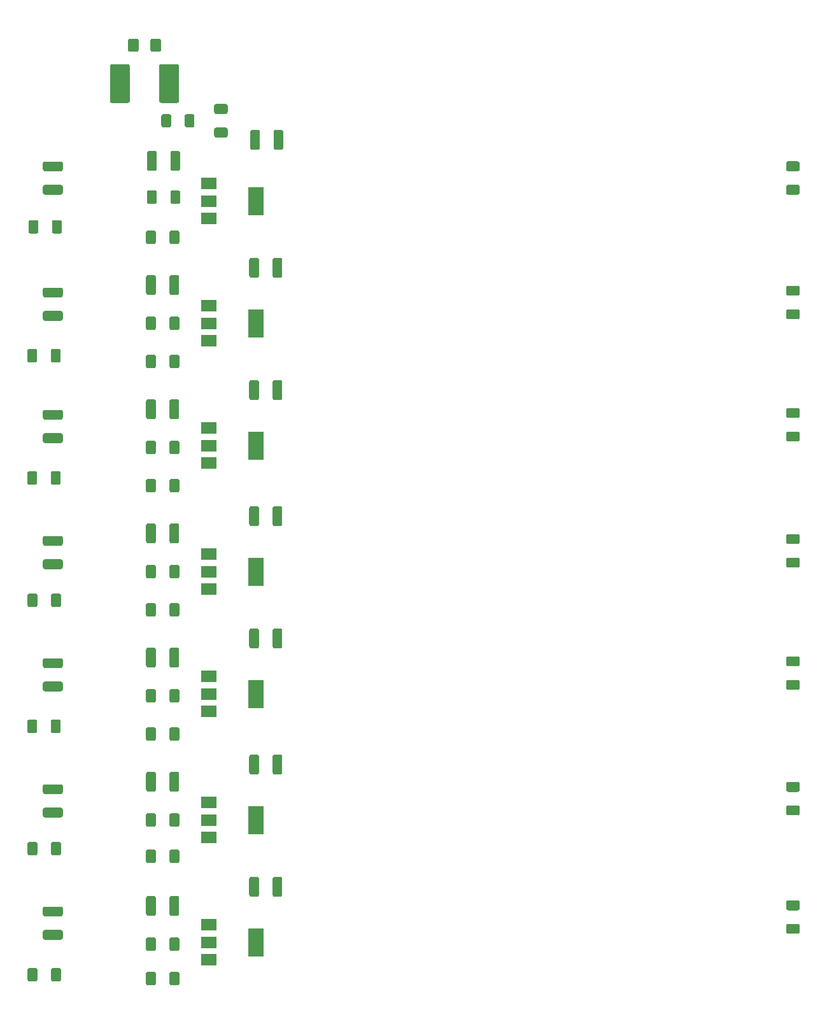
<source format=gbr>
%TF.GenerationSoftware,KiCad,Pcbnew,5.1.7-a382d34a8~87~ubuntu20.04.1*%
%TF.CreationDate,2020-11-02T17:40:13+01:00*%
%TF.ProjectId,7CellBatterySimulator_7CBS,3743656c-6c42-4617-9474-65727953696d,V1.0*%
%TF.SameCoordinates,Original*%
%TF.FileFunction,Paste,Bot*%
%TF.FilePolarity,Positive*%
%FSLAX46Y46*%
G04 Gerber Fmt 4.6, Leading zero omitted, Abs format (unit mm)*
G04 Created by KiCad (PCBNEW 5.1.7-a382d34a8~87~ubuntu20.04.1) date 2020-11-02 17:40:13*
%MOMM*%
%LPD*%
G01*
G04 APERTURE LIST*
%ADD10R,2.000000X1.500000*%
%ADD11R,2.000000X3.800000*%
G04 APERTURE END LIST*
%TO.C,D101*%
G36*
G01*
X61894000Y-34456000D02*
X61894000Y-29806000D01*
G75*
G02*
X62144000Y-29556000I250000J0D01*
G01*
X64294000Y-29556000D01*
G75*
G02*
X64544000Y-29806000I0J-250000D01*
G01*
X64544000Y-34456000D01*
G75*
G02*
X64294000Y-34706000I-250000J0D01*
G01*
X62144000Y-34706000D01*
G75*
G02*
X61894000Y-34456000I0J250000D01*
G01*
G37*
G36*
G01*
X55344000Y-34456000D02*
X55344000Y-29806000D01*
G75*
G02*
X55594000Y-29556000I250000J0D01*
G01*
X57744000Y-29556000D01*
G75*
G02*
X57994000Y-29806000I0J-250000D01*
G01*
X57994000Y-34456000D01*
G75*
G02*
X57744000Y-34706000I-250000J0D01*
G01*
X55594000Y-34706000D01*
G75*
G02*
X55344000Y-34456000I0J250000D01*
G01*
G37*
%TD*%
D10*
%TO.C,U801*%
X68478000Y-50052000D03*
X68478000Y-45452000D03*
X68478000Y-47752000D03*
D11*
X74778000Y-47752000D03*
%TD*%
D10*
%TO.C,U701*%
X68478000Y-82564000D03*
X68478000Y-77964000D03*
X68478000Y-80264000D03*
D11*
X74778000Y-80264000D03*
%TD*%
D10*
%TO.C,U601*%
X68478000Y-99328000D03*
X68478000Y-94728000D03*
X68478000Y-97028000D03*
D11*
X74778000Y-97028000D03*
%TD*%
D10*
%TO.C,U501*%
X68478000Y-115584000D03*
X68478000Y-110984000D03*
X68478000Y-113284000D03*
D11*
X74778000Y-113284000D03*
%TD*%
D10*
%TO.C,U401*%
X68478000Y-132348000D03*
X68478000Y-127748000D03*
X68478000Y-130048000D03*
D11*
X74778000Y-130048000D03*
%TD*%
D10*
%TO.C,U301*%
X68478000Y-148604000D03*
X68478000Y-144004000D03*
X68478000Y-146304000D03*
D11*
X74778000Y-146304000D03*
%TD*%
D10*
%TO.C,U201*%
X68478000Y-66308000D03*
X68478000Y-61708000D03*
X68478000Y-64008000D03*
D11*
X74778000Y-64008000D03*
%TD*%
%TO.C,R801*%
G36*
G01*
X48827001Y-43804000D02*
X46676999Y-43804000D01*
G75*
G02*
X46427000Y-43554001I0J249999D01*
G01*
X46427000Y-42753999D01*
G75*
G02*
X46676999Y-42504000I249999J0D01*
G01*
X48827001Y-42504000D01*
G75*
G02*
X49077000Y-42753999I0J-249999D01*
G01*
X49077000Y-43554001D01*
G75*
G02*
X48827001Y-43804000I-249999J0D01*
G01*
G37*
G36*
G01*
X48827001Y-46904000D02*
X46676999Y-46904000D01*
G75*
G02*
X46427000Y-46654001I0J249999D01*
G01*
X46427000Y-45853999D01*
G75*
G02*
X46676999Y-45604000I249999J0D01*
G01*
X48827001Y-45604000D01*
G75*
G02*
X49077000Y-45853999I0J-249999D01*
G01*
X49077000Y-46654001D01*
G75*
G02*
X48827001Y-46904000I-249999J0D01*
G01*
G37*
%TD*%
%TO.C,R701*%
G36*
G01*
X48827001Y-76824000D02*
X46676999Y-76824000D01*
G75*
G02*
X46427000Y-76574001I0J249999D01*
G01*
X46427000Y-75773999D01*
G75*
G02*
X46676999Y-75524000I249999J0D01*
G01*
X48827001Y-75524000D01*
G75*
G02*
X49077000Y-75773999I0J-249999D01*
G01*
X49077000Y-76574001D01*
G75*
G02*
X48827001Y-76824000I-249999J0D01*
G01*
G37*
G36*
G01*
X48827001Y-79924000D02*
X46676999Y-79924000D01*
G75*
G02*
X46427000Y-79674001I0J249999D01*
G01*
X46427000Y-78873999D01*
G75*
G02*
X46676999Y-78624000I249999J0D01*
G01*
X48827001Y-78624000D01*
G75*
G02*
X49077000Y-78873999I0J-249999D01*
G01*
X49077000Y-79674001D01*
G75*
G02*
X48827001Y-79924000I-249999J0D01*
G01*
G37*
%TD*%
%TO.C,R601*%
G36*
G01*
X48827001Y-93588000D02*
X46676999Y-93588000D01*
G75*
G02*
X46427000Y-93338001I0J249999D01*
G01*
X46427000Y-92537999D01*
G75*
G02*
X46676999Y-92288000I249999J0D01*
G01*
X48827001Y-92288000D01*
G75*
G02*
X49077000Y-92537999I0J-249999D01*
G01*
X49077000Y-93338001D01*
G75*
G02*
X48827001Y-93588000I-249999J0D01*
G01*
G37*
G36*
G01*
X48827001Y-96688000D02*
X46676999Y-96688000D01*
G75*
G02*
X46427000Y-96438001I0J249999D01*
G01*
X46427000Y-95637999D01*
G75*
G02*
X46676999Y-95388000I249999J0D01*
G01*
X48827001Y-95388000D01*
G75*
G02*
X49077000Y-95637999I0J-249999D01*
G01*
X49077000Y-96438001D01*
G75*
G02*
X48827001Y-96688000I-249999J0D01*
G01*
G37*
%TD*%
%TO.C,R501*%
G36*
G01*
X48827001Y-109844000D02*
X46676999Y-109844000D01*
G75*
G02*
X46427000Y-109594001I0J249999D01*
G01*
X46427000Y-108793999D01*
G75*
G02*
X46676999Y-108544000I249999J0D01*
G01*
X48827001Y-108544000D01*
G75*
G02*
X49077000Y-108793999I0J-249999D01*
G01*
X49077000Y-109594001D01*
G75*
G02*
X48827001Y-109844000I-249999J0D01*
G01*
G37*
G36*
G01*
X48827001Y-112944000D02*
X46676999Y-112944000D01*
G75*
G02*
X46427000Y-112694001I0J249999D01*
G01*
X46427000Y-111893999D01*
G75*
G02*
X46676999Y-111644000I249999J0D01*
G01*
X48827001Y-111644000D01*
G75*
G02*
X49077000Y-111893999I0J-249999D01*
G01*
X49077000Y-112694001D01*
G75*
G02*
X48827001Y-112944000I-249999J0D01*
G01*
G37*
%TD*%
%TO.C,R401*%
G36*
G01*
X48827001Y-126608000D02*
X46676999Y-126608000D01*
G75*
G02*
X46427000Y-126358001I0J249999D01*
G01*
X46427000Y-125557999D01*
G75*
G02*
X46676999Y-125308000I249999J0D01*
G01*
X48827001Y-125308000D01*
G75*
G02*
X49077000Y-125557999I0J-249999D01*
G01*
X49077000Y-126358001D01*
G75*
G02*
X48827001Y-126608000I-249999J0D01*
G01*
G37*
G36*
G01*
X48827001Y-129708000D02*
X46676999Y-129708000D01*
G75*
G02*
X46427000Y-129458001I0J249999D01*
G01*
X46427000Y-128657999D01*
G75*
G02*
X46676999Y-128408000I249999J0D01*
G01*
X48827001Y-128408000D01*
G75*
G02*
X49077000Y-128657999I0J-249999D01*
G01*
X49077000Y-129458001D01*
G75*
G02*
X48827001Y-129708000I-249999J0D01*
G01*
G37*
%TD*%
%TO.C,R301*%
G36*
G01*
X48827001Y-142864000D02*
X46676999Y-142864000D01*
G75*
G02*
X46427000Y-142614001I0J249999D01*
G01*
X46427000Y-141813999D01*
G75*
G02*
X46676999Y-141564000I249999J0D01*
G01*
X48827001Y-141564000D01*
G75*
G02*
X49077000Y-141813999I0J-249999D01*
G01*
X49077000Y-142614001D01*
G75*
G02*
X48827001Y-142864000I-249999J0D01*
G01*
G37*
G36*
G01*
X48827001Y-145964000D02*
X46676999Y-145964000D01*
G75*
G02*
X46427000Y-145714001I0J249999D01*
G01*
X46427000Y-144913999D01*
G75*
G02*
X46676999Y-144664000I249999J0D01*
G01*
X48827001Y-144664000D01*
G75*
G02*
X49077000Y-144913999I0J-249999D01*
G01*
X49077000Y-145714001D01*
G75*
G02*
X48827001Y-145964000I-249999J0D01*
G01*
G37*
%TD*%
%TO.C,R201*%
G36*
G01*
X48827001Y-60568000D02*
X46676999Y-60568000D01*
G75*
G02*
X46427000Y-60318001I0J249999D01*
G01*
X46427000Y-59517999D01*
G75*
G02*
X46676999Y-59268000I249999J0D01*
G01*
X48827001Y-59268000D01*
G75*
G02*
X49077000Y-59517999I0J-249999D01*
G01*
X49077000Y-60318001D01*
G75*
G02*
X48827001Y-60568000I-249999J0D01*
G01*
G37*
G36*
G01*
X48827001Y-63668000D02*
X46676999Y-63668000D01*
G75*
G02*
X46427000Y-63418001I0J249999D01*
G01*
X46427000Y-62617999D01*
G75*
G02*
X46676999Y-62368000I249999J0D01*
G01*
X48827001Y-62368000D01*
G75*
G02*
X49077000Y-62617999I0J-249999D01*
G01*
X49077000Y-63418001D01*
G75*
G02*
X48827001Y-63668000I-249999J0D01*
G01*
G37*
%TD*%
%TO.C,R803*%
G36*
G01*
X75300000Y-38548999D02*
X75300000Y-40699001D01*
G75*
G02*
X75050001Y-40949000I-249999J0D01*
G01*
X74249999Y-40949000D01*
G75*
G02*
X74000000Y-40699001I0J249999D01*
G01*
X74000000Y-38548999D01*
G75*
G02*
X74249999Y-38299000I249999J0D01*
G01*
X75050001Y-38299000D01*
G75*
G02*
X75300000Y-38548999I0J-249999D01*
G01*
G37*
G36*
G01*
X78400000Y-38548999D02*
X78400000Y-40699001D01*
G75*
G02*
X78150001Y-40949000I-249999J0D01*
G01*
X77349999Y-40949000D01*
G75*
G02*
X77100000Y-40699001I0J249999D01*
G01*
X77100000Y-38548999D01*
G75*
G02*
X77349999Y-38299000I249999J0D01*
G01*
X78150001Y-38299000D01*
G75*
G02*
X78400000Y-38548999I0J-249999D01*
G01*
G37*
%TD*%
%TO.C,R802*%
G36*
G01*
X61584000Y-41342999D02*
X61584000Y-43493001D01*
G75*
G02*
X61334001Y-43743000I-249999J0D01*
G01*
X60533999Y-43743000D01*
G75*
G02*
X60284000Y-43493001I0J249999D01*
G01*
X60284000Y-41342999D01*
G75*
G02*
X60533999Y-41093000I249999J0D01*
G01*
X61334001Y-41093000D01*
G75*
G02*
X61584000Y-41342999I0J-249999D01*
G01*
G37*
G36*
G01*
X64684000Y-41342999D02*
X64684000Y-43493001D01*
G75*
G02*
X64434001Y-43743000I-249999J0D01*
G01*
X63633999Y-43743000D01*
G75*
G02*
X63384000Y-43493001I0J249999D01*
G01*
X63384000Y-41342999D01*
G75*
G02*
X63633999Y-41093000I249999J0D01*
G01*
X64434001Y-41093000D01*
G75*
G02*
X64684000Y-41342999I0J-249999D01*
G01*
G37*
%TD*%
%TO.C,C804*%
G36*
G01*
X145526997Y-45604000D02*
X146827003Y-45604000D01*
G75*
G02*
X147077000Y-45853997I0J-249997D01*
G01*
X147077000Y-46679003D01*
G75*
G02*
X146827003Y-46929000I-249997J0D01*
G01*
X145526997Y-46929000D01*
G75*
G02*
X145277000Y-46679003I0J249997D01*
G01*
X145277000Y-45853997D01*
G75*
G02*
X145526997Y-45604000I249997J0D01*
G01*
G37*
G36*
G01*
X145526997Y-42479000D02*
X146827003Y-42479000D01*
G75*
G02*
X147077000Y-42728997I0J-249997D01*
G01*
X147077000Y-43554003D01*
G75*
G02*
X146827003Y-43804000I-249997J0D01*
G01*
X145526997Y-43804000D01*
G75*
G02*
X145277000Y-43554003I0J249997D01*
G01*
X145277000Y-42728997D01*
G75*
G02*
X145526997Y-42479000I249997J0D01*
G01*
G37*
%TD*%
%TO.C,C803*%
G36*
G01*
X61457000Y-51927997D02*
X61457000Y-53228003D01*
G75*
G02*
X61207003Y-53478000I-249997J0D01*
G01*
X60381997Y-53478000D01*
G75*
G02*
X60132000Y-53228003I0J249997D01*
G01*
X60132000Y-51927997D01*
G75*
G02*
X60381997Y-51678000I249997J0D01*
G01*
X61207003Y-51678000D01*
G75*
G02*
X61457000Y-51927997I0J-249997D01*
G01*
G37*
G36*
G01*
X64582000Y-51927997D02*
X64582000Y-53228003D01*
G75*
G02*
X64332003Y-53478000I-249997J0D01*
G01*
X63506997Y-53478000D01*
G75*
G02*
X63257000Y-53228003I0J249997D01*
G01*
X63257000Y-51927997D01*
G75*
G02*
X63506997Y-51678000I249997J0D01*
G01*
X64332003Y-51678000D01*
G75*
G02*
X64582000Y-51927997I0J-249997D01*
G01*
G37*
%TD*%
%TO.C,C802*%
G36*
G01*
X61584000Y-46593997D02*
X61584000Y-47894003D01*
G75*
G02*
X61334003Y-48144000I-249997J0D01*
G01*
X60508997Y-48144000D01*
G75*
G02*
X60259000Y-47894003I0J249997D01*
G01*
X60259000Y-46593997D01*
G75*
G02*
X60508997Y-46344000I249997J0D01*
G01*
X61334003Y-46344000D01*
G75*
G02*
X61584000Y-46593997I0J-249997D01*
G01*
G37*
G36*
G01*
X64709000Y-46593997D02*
X64709000Y-47894003D01*
G75*
G02*
X64459003Y-48144000I-249997J0D01*
G01*
X63633997Y-48144000D01*
G75*
G02*
X63384000Y-47894003I0J249997D01*
G01*
X63384000Y-46593997D01*
G75*
G02*
X63633997Y-46344000I249997J0D01*
G01*
X64459003Y-46344000D01*
G75*
G02*
X64709000Y-46593997I0J-249997D01*
G01*
G37*
%TD*%
%TO.C,C801*%
G36*
G01*
X47636000Y-51831003D02*
X47636000Y-50530997D01*
G75*
G02*
X47885997Y-50281000I249997J0D01*
G01*
X48711003Y-50281000D01*
G75*
G02*
X48961000Y-50530997I0J-249997D01*
G01*
X48961000Y-51831003D01*
G75*
G02*
X48711003Y-52081000I-249997J0D01*
G01*
X47885997Y-52081000D01*
G75*
G02*
X47636000Y-51831003I0J249997D01*
G01*
G37*
G36*
G01*
X44511000Y-51831003D02*
X44511000Y-50530997D01*
G75*
G02*
X44760997Y-50281000I249997J0D01*
G01*
X45586003Y-50281000D01*
G75*
G02*
X45836000Y-50530997I0J-249997D01*
G01*
X45836000Y-51831003D01*
G75*
G02*
X45586003Y-52081000I-249997J0D01*
G01*
X44760997Y-52081000D01*
G75*
G02*
X44511000Y-51831003I0J249997D01*
G01*
G37*
%TD*%
%TO.C,C501*%
G36*
G01*
X47470500Y-118252003D02*
X47470500Y-116951997D01*
G75*
G02*
X47720497Y-116702000I249997J0D01*
G01*
X48545503Y-116702000D01*
G75*
G02*
X48795500Y-116951997I0J-249997D01*
G01*
X48795500Y-118252003D01*
G75*
G02*
X48545503Y-118502000I-249997J0D01*
G01*
X47720497Y-118502000D01*
G75*
G02*
X47470500Y-118252003I0J249997D01*
G01*
G37*
G36*
G01*
X44345500Y-118252003D02*
X44345500Y-116951997D01*
G75*
G02*
X44595497Y-116702000I249997J0D01*
G01*
X45420503Y-116702000D01*
G75*
G02*
X45670500Y-116951997I0J-249997D01*
G01*
X45670500Y-118252003D01*
G75*
G02*
X45420503Y-118502000I-249997J0D01*
G01*
X44595497Y-118502000D01*
G75*
G02*
X44345500Y-118252003I0J249997D01*
G01*
G37*
%TD*%
%TO.C,R503*%
G36*
G01*
X75173000Y-104842999D02*
X75173000Y-106993001D01*
G75*
G02*
X74923001Y-107243000I-249999J0D01*
G01*
X74122999Y-107243000D01*
G75*
G02*
X73873000Y-106993001I0J249999D01*
G01*
X73873000Y-104842999D01*
G75*
G02*
X74122999Y-104593000I249999J0D01*
G01*
X74923001Y-104593000D01*
G75*
G02*
X75173000Y-104842999I0J-249999D01*
G01*
G37*
G36*
G01*
X78273000Y-104842999D02*
X78273000Y-106993001D01*
G75*
G02*
X78023001Y-107243000I-249999J0D01*
G01*
X77222999Y-107243000D01*
G75*
G02*
X76973000Y-106993001I0J249999D01*
G01*
X76973000Y-104842999D01*
G75*
G02*
X77222999Y-104593000I249999J0D01*
G01*
X78023001Y-104593000D01*
G75*
G02*
X78273000Y-104842999I0J-249999D01*
G01*
G37*
%TD*%
%TO.C,C303*%
G36*
G01*
X61457000Y-150479997D02*
X61457000Y-151780003D01*
G75*
G02*
X61207003Y-152030000I-249997J0D01*
G01*
X60381997Y-152030000D01*
G75*
G02*
X60132000Y-151780003I0J249997D01*
G01*
X60132000Y-150479997D01*
G75*
G02*
X60381997Y-150230000I249997J0D01*
G01*
X61207003Y-150230000D01*
G75*
G02*
X61457000Y-150479997I0J-249997D01*
G01*
G37*
G36*
G01*
X64582000Y-150479997D02*
X64582000Y-151780003D01*
G75*
G02*
X64332003Y-152030000I-249997J0D01*
G01*
X63506997Y-152030000D01*
G75*
G02*
X63257000Y-151780003I0J249997D01*
G01*
X63257000Y-150479997D01*
G75*
G02*
X63506997Y-150230000I249997J0D01*
G01*
X64332003Y-150230000D01*
G75*
G02*
X64582000Y-150479997I0J-249997D01*
G01*
G37*
%TD*%
%TO.C,R703*%
G36*
G01*
X75173000Y-71822999D02*
X75173000Y-73973001D01*
G75*
G02*
X74923001Y-74223000I-249999J0D01*
G01*
X74122999Y-74223000D01*
G75*
G02*
X73873000Y-73973001I0J249999D01*
G01*
X73873000Y-71822999D01*
G75*
G02*
X74122999Y-71573000I249999J0D01*
G01*
X74923001Y-71573000D01*
G75*
G02*
X75173000Y-71822999I0J-249999D01*
G01*
G37*
G36*
G01*
X78273000Y-71822999D02*
X78273000Y-73973001D01*
G75*
G02*
X78023001Y-74223000I-249999J0D01*
G01*
X77222999Y-74223000D01*
G75*
G02*
X76973000Y-73973001I0J249999D01*
G01*
X76973000Y-71822999D01*
G75*
G02*
X77222999Y-71573000I249999J0D01*
G01*
X78023001Y-71573000D01*
G75*
G02*
X78273000Y-71822999I0J-249999D01*
G01*
G37*
%TD*%
%TO.C,R702*%
G36*
G01*
X61457000Y-74362999D02*
X61457000Y-76513001D01*
G75*
G02*
X61207001Y-76763000I-249999J0D01*
G01*
X60406999Y-76763000D01*
G75*
G02*
X60157000Y-76513001I0J249999D01*
G01*
X60157000Y-74362999D01*
G75*
G02*
X60406999Y-74113000I249999J0D01*
G01*
X61207001Y-74113000D01*
G75*
G02*
X61457000Y-74362999I0J-249999D01*
G01*
G37*
G36*
G01*
X64557000Y-74362999D02*
X64557000Y-76513001D01*
G75*
G02*
X64307001Y-76763000I-249999J0D01*
G01*
X63506999Y-76763000D01*
G75*
G02*
X63257000Y-76513001I0J249999D01*
G01*
X63257000Y-74362999D01*
G75*
G02*
X63506999Y-74113000I249999J0D01*
G01*
X64307001Y-74113000D01*
G75*
G02*
X64557000Y-74362999I0J-249999D01*
G01*
G37*
%TD*%
%TO.C,R603*%
G36*
G01*
X75173000Y-88586999D02*
X75173000Y-90737001D01*
G75*
G02*
X74923001Y-90987000I-249999J0D01*
G01*
X74122999Y-90987000D01*
G75*
G02*
X73873000Y-90737001I0J249999D01*
G01*
X73873000Y-88586999D01*
G75*
G02*
X74122999Y-88337000I249999J0D01*
G01*
X74923001Y-88337000D01*
G75*
G02*
X75173000Y-88586999I0J-249999D01*
G01*
G37*
G36*
G01*
X78273000Y-88586999D02*
X78273000Y-90737001D01*
G75*
G02*
X78023001Y-90987000I-249999J0D01*
G01*
X77222999Y-90987000D01*
G75*
G02*
X76973000Y-90737001I0J249999D01*
G01*
X76973000Y-88586999D01*
G75*
G02*
X77222999Y-88337000I249999J0D01*
G01*
X78023001Y-88337000D01*
G75*
G02*
X78273000Y-88586999I0J-249999D01*
G01*
G37*
%TD*%
%TO.C,R602*%
G36*
G01*
X61457000Y-90872999D02*
X61457000Y-93023001D01*
G75*
G02*
X61207001Y-93273000I-249999J0D01*
G01*
X60406999Y-93273000D01*
G75*
G02*
X60157000Y-93023001I0J249999D01*
G01*
X60157000Y-90872999D01*
G75*
G02*
X60406999Y-90623000I249999J0D01*
G01*
X61207001Y-90623000D01*
G75*
G02*
X61457000Y-90872999I0J-249999D01*
G01*
G37*
G36*
G01*
X64557000Y-90872999D02*
X64557000Y-93023001D01*
G75*
G02*
X64307001Y-93273000I-249999J0D01*
G01*
X63506999Y-93273000D01*
G75*
G02*
X63257000Y-93023001I0J249999D01*
G01*
X63257000Y-90872999D01*
G75*
G02*
X63506999Y-90623000I249999J0D01*
G01*
X64307001Y-90623000D01*
G75*
G02*
X64557000Y-90872999I0J-249999D01*
G01*
G37*
%TD*%
%TO.C,R502*%
G36*
G01*
X61457000Y-107382999D02*
X61457000Y-109533001D01*
G75*
G02*
X61207001Y-109783000I-249999J0D01*
G01*
X60406999Y-109783000D01*
G75*
G02*
X60157000Y-109533001I0J249999D01*
G01*
X60157000Y-107382999D01*
G75*
G02*
X60406999Y-107133000I249999J0D01*
G01*
X61207001Y-107133000D01*
G75*
G02*
X61457000Y-107382999I0J-249999D01*
G01*
G37*
G36*
G01*
X64557000Y-107382999D02*
X64557000Y-109533001D01*
G75*
G02*
X64307001Y-109783000I-249999J0D01*
G01*
X63506999Y-109783000D01*
G75*
G02*
X63257000Y-109533001I0J249999D01*
G01*
X63257000Y-107382999D01*
G75*
G02*
X63506999Y-107133000I249999J0D01*
G01*
X64307001Y-107133000D01*
G75*
G02*
X64557000Y-107382999I0J-249999D01*
G01*
G37*
%TD*%
%TO.C,R403*%
G36*
G01*
X75173000Y-121606999D02*
X75173000Y-123757001D01*
G75*
G02*
X74923001Y-124007000I-249999J0D01*
G01*
X74122999Y-124007000D01*
G75*
G02*
X73873000Y-123757001I0J249999D01*
G01*
X73873000Y-121606999D01*
G75*
G02*
X74122999Y-121357000I249999J0D01*
G01*
X74923001Y-121357000D01*
G75*
G02*
X75173000Y-121606999I0J-249999D01*
G01*
G37*
G36*
G01*
X78273000Y-121606999D02*
X78273000Y-123757001D01*
G75*
G02*
X78023001Y-124007000I-249999J0D01*
G01*
X77222999Y-124007000D01*
G75*
G02*
X76973000Y-123757001I0J249999D01*
G01*
X76973000Y-121606999D01*
G75*
G02*
X77222999Y-121357000I249999J0D01*
G01*
X78023001Y-121357000D01*
G75*
G02*
X78273000Y-121606999I0J-249999D01*
G01*
G37*
%TD*%
%TO.C,R402*%
G36*
G01*
X61457000Y-123892999D02*
X61457000Y-126043001D01*
G75*
G02*
X61207001Y-126293000I-249999J0D01*
G01*
X60406999Y-126293000D01*
G75*
G02*
X60157000Y-126043001I0J249999D01*
G01*
X60157000Y-123892999D01*
G75*
G02*
X60406999Y-123643000I249999J0D01*
G01*
X61207001Y-123643000D01*
G75*
G02*
X61457000Y-123892999I0J-249999D01*
G01*
G37*
G36*
G01*
X64557000Y-123892999D02*
X64557000Y-126043001D01*
G75*
G02*
X64307001Y-126293000I-249999J0D01*
G01*
X63506999Y-126293000D01*
G75*
G02*
X63257000Y-126043001I0J249999D01*
G01*
X63257000Y-123892999D01*
G75*
G02*
X63506999Y-123643000I249999J0D01*
G01*
X64307001Y-123643000D01*
G75*
G02*
X64557000Y-123892999I0J-249999D01*
G01*
G37*
%TD*%
%TO.C,R303*%
G36*
G01*
X75173000Y-137862999D02*
X75173000Y-140013001D01*
G75*
G02*
X74923001Y-140263000I-249999J0D01*
G01*
X74122999Y-140263000D01*
G75*
G02*
X73873000Y-140013001I0J249999D01*
G01*
X73873000Y-137862999D01*
G75*
G02*
X74122999Y-137613000I249999J0D01*
G01*
X74923001Y-137613000D01*
G75*
G02*
X75173000Y-137862999I0J-249999D01*
G01*
G37*
G36*
G01*
X78273000Y-137862999D02*
X78273000Y-140013001D01*
G75*
G02*
X78023001Y-140263000I-249999J0D01*
G01*
X77222999Y-140263000D01*
G75*
G02*
X76973000Y-140013001I0J249999D01*
G01*
X76973000Y-137862999D01*
G75*
G02*
X77222999Y-137613000I249999J0D01*
G01*
X78023001Y-137613000D01*
G75*
G02*
X78273000Y-137862999I0J-249999D01*
G01*
G37*
%TD*%
%TO.C,R302*%
G36*
G01*
X61457000Y-140402999D02*
X61457000Y-142553001D01*
G75*
G02*
X61207001Y-142803000I-249999J0D01*
G01*
X60406999Y-142803000D01*
G75*
G02*
X60157000Y-142553001I0J249999D01*
G01*
X60157000Y-140402999D01*
G75*
G02*
X60406999Y-140153000I249999J0D01*
G01*
X61207001Y-140153000D01*
G75*
G02*
X61457000Y-140402999I0J-249999D01*
G01*
G37*
G36*
G01*
X64557000Y-140402999D02*
X64557000Y-142553001D01*
G75*
G02*
X64307001Y-142803000I-249999J0D01*
G01*
X63506999Y-142803000D01*
G75*
G02*
X63257000Y-142553001I0J249999D01*
G01*
X63257000Y-140402999D01*
G75*
G02*
X63506999Y-140153000I249999J0D01*
G01*
X64307001Y-140153000D01*
G75*
G02*
X64557000Y-140402999I0J-249999D01*
G01*
G37*
%TD*%
%TO.C,R101*%
G36*
G01*
X65289000Y-37709001D02*
X65289000Y-36458999D01*
G75*
G02*
X65538999Y-36209000I249999J0D01*
G01*
X66339001Y-36209000D01*
G75*
G02*
X66589000Y-36458999I0J-249999D01*
G01*
X66589000Y-37709001D01*
G75*
G02*
X66339001Y-37959000I-249999J0D01*
G01*
X65538999Y-37959000D01*
G75*
G02*
X65289000Y-37709001I0J249999D01*
G01*
G37*
G36*
G01*
X62189000Y-37709001D02*
X62189000Y-36458999D01*
G75*
G02*
X62438999Y-36209000I249999J0D01*
G01*
X63239001Y-36209000D01*
G75*
G02*
X63489000Y-36458999I0J-249999D01*
G01*
X63489000Y-37709001D01*
G75*
G02*
X63239001Y-37959000I-249999J0D01*
G01*
X62438999Y-37959000D01*
G75*
G02*
X62189000Y-37709001I0J249999D01*
G01*
G37*
%TD*%
%TO.C,F101*%
G36*
G01*
X59169000Y-26426000D02*
X59169000Y-27676000D01*
G75*
G02*
X58919000Y-27926000I-250000J0D01*
G01*
X57994000Y-27926000D01*
G75*
G02*
X57744000Y-27676000I0J250000D01*
G01*
X57744000Y-26426000D01*
G75*
G02*
X57994000Y-26176000I250000J0D01*
G01*
X58919000Y-26176000D01*
G75*
G02*
X59169000Y-26426000I0J-250000D01*
G01*
G37*
G36*
G01*
X62144000Y-26426000D02*
X62144000Y-27676000D01*
G75*
G02*
X61894000Y-27926000I-250000J0D01*
G01*
X60969000Y-27926000D01*
G75*
G02*
X60719000Y-27676000I0J250000D01*
G01*
X60719000Y-26426000D01*
G75*
G02*
X60969000Y-26176000I250000J0D01*
G01*
X61894000Y-26176000D01*
G75*
G02*
X62144000Y-26426000I0J-250000D01*
G01*
G37*
%TD*%
%TO.C,C704*%
G36*
G01*
X145526997Y-78408500D02*
X146827003Y-78408500D01*
G75*
G02*
X147077000Y-78658497I0J-249997D01*
G01*
X147077000Y-79483503D01*
G75*
G02*
X146827003Y-79733500I-249997J0D01*
G01*
X145526997Y-79733500D01*
G75*
G02*
X145277000Y-79483503I0J249997D01*
G01*
X145277000Y-78658497D01*
G75*
G02*
X145526997Y-78408500I249997J0D01*
G01*
G37*
G36*
G01*
X145526997Y-75283500D02*
X146827003Y-75283500D01*
G75*
G02*
X147077000Y-75533497I0J-249997D01*
G01*
X147077000Y-76358503D01*
G75*
G02*
X146827003Y-76608500I-249997J0D01*
G01*
X145526997Y-76608500D01*
G75*
G02*
X145277000Y-76358503I0J249997D01*
G01*
X145277000Y-75533497D01*
G75*
G02*
X145526997Y-75283500I249997J0D01*
G01*
G37*
%TD*%
%TO.C,C703*%
G36*
G01*
X61457000Y-84947997D02*
X61457000Y-86248003D01*
G75*
G02*
X61207003Y-86498000I-249997J0D01*
G01*
X60381997Y-86498000D01*
G75*
G02*
X60132000Y-86248003I0J249997D01*
G01*
X60132000Y-84947997D01*
G75*
G02*
X60381997Y-84698000I249997J0D01*
G01*
X61207003Y-84698000D01*
G75*
G02*
X61457000Y-84947997I0J-249997D01*
G01*
G37*
G36*
G01*
X64582000Y-84947997D02*
X64582000Y-86248003D01*
G75*
G02*
X64332003Y-86498000I-249997J0D01*
G01*
X63506997Y-86498000D01*
G75*
G02*
X63257000Y-86248003I0J249997D01*
G01*
X63257000Y-84947997D01*
G75*
G02*
X63506997Y-84698000I249997J0D01*
G01*
X64332003Y-84698000D01*
G75*
G02*
X64582000Y-84947997I0J-249997D01*
G01*
G37*
%TD*%
%TO.C,C702*%
G36*
G01*
X61457000Y-79867997D02*
X61457000Y-81168003D01*
G75*
G02*
X61207003Y-81418000I-249997J0D01*
G01*
X60381997Y-81418000D01*
G75*
G02*
X60132000Y-81168003I0J249997D01*
G01*
X60132000Y-79867997D01*
G75*
G02*
X60381997Y-79618000I249997J0D01*
G01*
X61207003Y-79618000D01*
G75*
G02*
X61457000Y-79867997I0J-249997D01*
G01*
G37*
G36*
G01*
X64582000Y-79867997D02*
X64582000Y-81168003D01*
G75*
G02*
X64332003Y-81418000I-249997J0D01*
G01*
X63506997Y-81418000D01*
G75*
G02*
X63257000Y-81168003I0J249997D01*
G01*
X63257000Y-79867997D01*
G75*
G02*
X63506997Y-79618000I249997J0D01*
G01*
X64332003Y-79618000D01*
G75*
G02*
X64582000Y-79867997I0J-249997D01*
G01*
G37*
%TD*%
%TO.C,C701*%
G36*
G01*
X47470500Y-85232003D02*
X47470500Y-83931997D01*
G75*
G02*
X47720497Y-83682000I249997J0D01*
G01*
X48545503Y-83682000D01*
G75*
G02*
X48795500Y-83931997I0J-249997D01*
G01*
X48795500Y-85232003D01*
G75*
G02*
X48545503Y-85482000I-249997J0D01*
G01*
X47720497Y-85482000D01*
G75*
G02*
X47470500Y-85232003I0J249997D01*
G01*
G37*
G36*
G01*
X44345500Y-85232003D02*
X44345500Y-83931997D01*
G75*
G02*
X44595497Y-83682000I249997J0D01*
G01*
X45420503Y-83682000D01*
G75*
G02*
X45670500Y-83931997I0J-249997D01*
G01*
X45670500Y-85232003D01*
G75*
G02*
X45420503Y-85482000I-249997J0D01*
G01*
X44595497Y-85482000D01*
G75*
G02*
X44345500Y-85232003I0J249997D01*
G01*
G37*
%TD*%
%TO.C,C604*%
G36*
G01*
X145526997Y-95172500D02*
X146827003Y-95172500D01*
G75*
G02*
X147077000Y-95422497I0J-249997D01*
G01*
X147077000Y-96247503D01*
G75*
G02*
X146827003Y-96497500I-249997J0D01*
G01*
X145526997Y-96497500D01*
G75*
G02*
X145277000Y-96247503I0J249997D01*
G01*
X145277000Y-95422497D01*
G75*
G02*
X145526997Y-95172500I249997J0D01*
G01*
G37*
G36*
G01*
X145526997Y-92047500D02*
X146827003Y-92047500D01*
G75*
G02*
X147077000Y-92297497I0J-249997D01*
G01*
X147077000Y-93122503D01*
G75*
G02*
X146827003Y-93372500I-249997J0D01*
G01*
X145526997Y-93372500D01*
G75*
G02*
X145277000Y-93122503I0J249997D01*
G01*
X145277000Y-92297497D01*
G75*
G02*
X145526997Y-92047500I249997J0D01*
G01*
G37*
%TD*%
%TO.C,C603*%
G36*
G01*
X61457000Y-101457997D02*
X61457000Y-102758003D01*
G75*
G02*
X61207003Y-103008000I-249997J0D01*
G01*
X60381997Y-103008000D01*
G75*
G02*
X60132000Y-102758003I0J249997D01*
G01*
X60132000Y-101457997D01*
G75*
G02*
X60381997Y-101208000I249997J0D01*
G01*
X61207003Y-101208000D01*
G75*
G02*
X61457000Y-101457997I0J-249997D01*
G01*
G37*
G36*
G01*
X64582000Y-101457997D02*
X64582000Y-102758003D01*
G75*
G02*
X64332003Y-103008000I-249997J0D01*
G01*
X63506997Y-103008000D01*
G75*
G02*
X63257000Y-102758003I0J249997D01*
G01*
X63257000Y-101457997D01*
G75*
G02*
X63506997Y-101208000I249997J0D01*
G01*
X64332003Y-101208000D01*
G75*
G02*
X64582000Y-101457997I0J-249997D01*
G01*
G37*
%TD*%
%TO.C,C602*%
G36*
G01*
X61457000Y-96377997D02*
X61457000Y-97678003D01*
G75*
G02*
X61207003Y-97928000I-249997J0D01*
G01*
X60381997Y-97928000D01*
G75*
G02*
X60132000Y-97678003I0J249997D01*
G01*
X60132000Y-96377997D01*
G75*
G02*
X60381997Y-96128000I249997J0D01*
G01*
X61207003Y-96128000D01*
G75*
G02*
X61457000Y-96377997I0J-249997D01*
G01*
G37*
G36*
G01*
X64582000Y-96377997D02*
X64582000Y-97678003D01*
G75*
G02*
X64332003Y-97928000I-249997J0D01*
G01*
X63506997Y-97928000D01*
G75*
G02*
X63257000Y-97678003I0J249997D01*
G01*
X63257000Y-96377997D01*
G75*
G02*
X63506997Y-96128000I249997J0D01*
G01*
X64332003Y-96128000D01*
G75*
G02*
X64582000Y-96377997I0J-249997D01*
G01*
G37*
%TD*%
%TO.C,C601*%
G36*
G01*
X47509000Y-101488003D02*
X47509000Y-100187997D01*
G75*
G02*
X47758997Y-99938000I249997J0D01*
G01*
X48584003Y-99938000D01*
G75*
G02*
X48834000Y-100187997I0J-249997D01*
G01*
X48834000Y-101488003D01*
G75*
G02*
X48584003Y-101738000I-249997J0D01*
G01*
X47758997Y-101738000D01*
G75*
G02*
X47509000Y-101488003I0J249997D01*
G01*
G37*
G36*
G01*
X44384000Y-101488003D02*
X44384000Y-100187997D01*
G75*
G02*
X44633997Y-99938000I249997J0D01*
G01*
X45459003Y-99938000D01*
G75*
G02*
X45709000Y-100187997I0J-249997D01*
G01*
X45709000Y-101488003D01*
G75*
G02*
X45459003Y-101738000I-249997J0D01*
G01*
X44633997Y-101738000D01*
G75*
G02*
X44384000Y-101488003I0J249997D01*
G01*
G37*
%TD*%
%TO.C,C504*%
G36*
G01*
X145526997Y-111428500D02*
X146827003Y-111428500D01*
G75*
G02*
X147077000Y-111678497I0J-249997D01*
G01*
X147077000Y-112503503D01*
G75*
G02*
X146827003Y-112753500I-249997J0D01*
G01*
X145526997Y-112753500D01*
G75*
G02*
X145277000Y-112503503I0J249997D01*
G01*
X145277000Y-111678497D01*
G75*
G02*
X145526997Y-111428500I249997J0D01*
G01*
G37*
G36*
G01*
X145526997Y-108303500D02*
X146827003Y-108303500D01*
G75*
G02*
X147077000Y-108553497I0J-249997D01*
G01*
X147077000Y-109378503D01*
G75*
G02*
X146827003Y-109628500I-249997J0D01*
G01*
X145526997Y-109628500D01*
G75*
G02*
X145277000Y-109378503I0J249997D01*
G01*
X145277000Y-108553497D01*
G75*
G02*
X145526997Y-108303500I249997J0D01*
G01*
G37*
%TD*%
%TO.C,C503*%
G36*
G01*
X61457000Y-117967997D02*
X61457000Y-119268003D01*
G75*
G02*
X61207003Y-119518000I-249997J0D01*
G01*
X60381997Y-119518000D01*
G75*
G02*
X60132000Y-119268003I0J249997D01*
G01*
X60132000Y-117967997D01*
G75*
G02*
X60381997Y-117718000I249997J0D01*
G01*
X61207003Y-117718000D01*
G75*
G02*
X61457000Y-117967997I0J-249997D01*
G01*
G37*
G36*
G01*
X64582000Y-117967997D02*
X64582000Y-119268003D01*
G75*
G02*
X64332003Y-119518000I-249997J0D01*
G01*
X63506997Y-119518000D01*
G75*
G02*
X63257000Y-119268003I0J249997D01*
G01*
X63257000Y-117967997D01*
G75*
G02*
X63506997Y-117718000I249997J0D01*
G01*
X64332003Y-117718000D01*
G75*
G02*
X64582000Y-117967997I0J-249997D01*
G01*
G37*
%TD*%
%TO.C,C502*%
G36*
G01*
X61457000Y-112887997D02*
X61457000Y-114188003D01*
G75*
G02*
X61207003Y-114438000I-249997J0D01*
G01*
X60381997Y-114438000D01*
G75*
G02*
X60132000Y-114188003I0J249997D01*
G01*
X60132000Y-112887997D01*
G75*
G02*
X60381997Y-112638000I249997J0D01*
G01*
X61207003Y-112638000D01*
G75*
G02*
X61457000Y-112887997I0J-249997D01*
G01*
G37*
G36*
G01*
X64582000Y-112887997D02*
X64582000Y-114188003D01*
G75*
G02*
X64332003Y-114438000I-249997J0D01*
G01*
X63506997Y-114438000D01*
G75*
G02*
X63257000Y-114188003I0J249997D01*
G01*
X63257000Y-112887997D01*
G75*
G02*
X63506997Y-112638000I249997J0D01*
G01*
X64332003Y-112638000D01*
G75*
G02*
X64582000Y-112887997I0J-249997D01*
G01*
G37*
%TD*%
%TO.C,C404*%
G36*
G01*
X145526997Y-128115500D02*
X146827003Y-128115500D01*
G75*
G02*
X147077000Y-128365497I0J-249997D01*
G01*
X147077000Y-129190503D01*
G75*
G02*
X146827003Y-129440500I-249997J0D01*
G01*
X145526997Y-129440500D01*
G75*
G02*
X145277000Y-129190503I0J249997D01*
G01*
X145277000Y-128365497D01*
G75*
G02*
X145526997Y-128115500I249997J0D01*
G01*
G37*
G36*
G01*
X145526997Y-124990500D02*
X146827003Y-124990500D01*
G75*
G02*
X147077000Y-125240497I0J-249997D01*
G01*
X147077000Y-126065503D01*
G75*
G02*
X146827003Y-126315500I-249997J0D01*
G01*
X145526997Y-126315500D01*
G75*
G02*
X145277000Y-126065503I0J249997D01*
G01*
X145277000Y-125240497D01*
G75*
G02*
X145526997Y-124990500I249997J0D01*
G01*
G37*
%TD*%
%TO.C,C403*%
G36*
G01*
X61457000Y-134223997D02*
X61457000Y-135524003D01*
G75*
G02*
X61207003Y-135774000I-249997J0D01*
G01*
X60381997Y-135774000D01*
G75*
G02*
X60132000Y-135524003I0J249997D01*
G01*
X60132000Y-134223997D01*
G75*
G02*
X60381997Y-133974000I249997J0D01*
G01*
X61207003Y-133974000D01*
G75*
G02*
X61457000Y-134223997I0J-249997D01*
G01*
G37*
G36*
G01*
X64582000Y-134223997D02*
X64582000Y-135524003D01*
G75*
G02*
X64332003Y-135774000I-249997J0D01*
G01*
X63506997Y-135774000D01*
G75*
G02*
X63257000Y-135524003I0J249997D01*
G01*
X63257000Y-134223997D01*
G75*
G02*
X63506997Y-133974000I249997J0D01*
G01*
X64332003Y-133974000D01*
G75*
G02*
X64582000Y-134223997I0J-249997D01*
G01*
G37*
%TD*%
%TO.C,C402*%
G36*
G01*
X61457000Y-129397997D02*
X61457000Y-130698003D01*
G75*
G02*
X61207003Y-130948000I-249997J0D01*
G01*
X60381997Y-130948000D01*
G75*
G02*
X60132000Y-130698003I0J249997D01*
G01*
X60132000Y-129397997D01*
G75*
G02*
X60381997Y-129148000I249997J0D01*
G01*
X61207003Y-129148000D01*
G75*
G02*
X61457000Y-129397997I0J-249997D01*
G01*
G37*
G36*
G01*
X64582000Y-129397997D02*
X64582000Y-130698003D01*
G75*
G02*
X64332003Y-130948000I-249997J0D01*
G01*
X63506997Y-130948000D01*
G75*
G02*
X63257000Y-130698003I0J249997D01*
G01*
X63257000Y-129397997D01*
G75*
G02*
X63506997Y-129148000I249997J0D01*
G01*
X64332003Y-129148000D01*
G75*
G02*
X64582000Y-129397997I0J-249997D01*
G01*
G37*
%TD*%
%TO.C,C401*%
G36*
G01*
X47509000Y-134508003D02*
X47509000Y-133207997D01*
G75*
G02*
X47758997Y-132958000I249997J0D01*
G01*
X48584003Y-132958000D01*
G75*
G02*
X48834000Y-133207997I0J-249997D01*
G01*
X48834000Y-134508003D01*
G75*
G02*
X48584003Y-134758000I-249997J0D01*
G01*
X47758997Y-134758000D01*
G75*
G02*
X47509000Y-134508003I0J249997D01*
G01*
G37*
G36*
G01*
X44384000Y-134508003D02*
X44384000Y-133207997D01*
G75*
G02*
X44633997Y-132958000I249997J0D01*
G01*
X45459003Y-132958000D01*
G75*
G02*
X45709000Y-133207997I0J-249997D01*
G01*
X45709000Y-134508003D01*
G75*
G02*
X45459003Y-134758000I-249997J0D01*
G01*
X44633997Y-134758000D01*
G75*
G02*
X44384000Y-134508003I0J249997D01*
G01*
G37*
%TD*%
%TO.C,C304*%
G36*
G01*
X145526997Y-143863500D02*
X146827003Y-143863500D01*
G75*
G02*
X147077000Y-144113497I0J-249997D01*
G01*
X147077000Y-144938503D01*
G75*
G02*
X146827003Y-145188500I-249997J0D01*
G01*
X145526997Y-145188500D01*
G75*
G02*
X145277000Y-144938503I0J249997D01*
G01*
X145277000Y-144113497D01*
G75*
G02*
X145526997Y-143863500I249997J0D01*
G01*
G37*
G36*
G01*
X145526997Y-140738500D02*
X146827003Y-140738500D01*
G75*
G02*
X147077000Y-140988497I0J-249997D01*
G01*
X147077000Y-141813503D01*
G75*
G02*
X146827003Y-142063500I-249997J0D01*
G01*
X145526997Y-142063500D01*
G75*
G02*
X145277000Y-141813503I0J249997D01*
G01*
X145277000Y-140988497D01*
G75*
G02*
X145526997Y-140738500I249997J0D01*
G01*
G37*
%TD*%
%TO.C,C302*%
G36*
G01*
X61457000Y-145907997D02*
X61457000Y-147208003D01*
G75*
G02*
X61207003Y-147458000I-249997J0D01*
G01*
X60381997Y-147458000D01*
G75*
G02*
X60132000Y-147208003I0J249997D01*
G01*
X60132000Y-145907997D01*
G75*
G02*
X60381997Y-145658000I249997J0D01*
G01*
X61207003Y-145658000D01*
G75*
G02*
X61457000Y-145907997I0J-249997D01*
G01*
G37*
G36*
G01*
X64582000Y-145907997D02*
X64582000Y-147208003D01*
G75*
G02*
X64332003Y-147458000I-249997J0D01*
G01*
X63506997Y-147458000D01*
G75*
G02*
X63257000Y-147208003I0J249997D01*
G01*
X63257000Y-145907997D01*
G75*
G02*
X63506997Y-145658000I249997J0D01*
G01*
X64332003Y-145658000D01*
G75*
G02*
X64582000Y-145907997I0J-249997D01*
G01*
G37*
%TD*%
%TO.C,C301*%
G36*
G01*
X47509000Y-151272003D02*
X47509000Y-149971997D01*
G75*
G02*
X47758997Y-149722000I249997J0D01*
G01*
X48584003Y-149722000D01*
G75*
G02*
X48834000Y-149971997I0J-249997D01*
G01*
X48834000Y-151272003D01*
G75*
G02*
X48584003Y-151522000I-249997J0D01*
G01*
X47758997Y-151522000D01*
G75*
G02*
X47509000Y-151272003I0J249997D01*
G01*
G37*
G36*
G01*
X44384000Y-151272003D02*
X44384000Y-149971997D01*
G75*
G02*
X44633997Y-149722000I249997J0D01*
G01*
X45459003Y-149722000D01*
G75*
G02*
X45709000Y-149971997I0J-249997D01*
G01*
X45709000Y-151272003D01*
G75*
G02*
X45459003Y-151522000I-249997J0D01*
G01*
X44633997Y-151522000D01*
G75*
G02*
X44384000Y-151272003I0J249997D01*
G01*
G37*
%TD*%
%TO.C,C101*%
G36*
G01*
X70754003Y-36184000D02*
X69453997Y-36184000D01*
G75*
G02*
X69204000Y-35934003I0J249997D01*
G01*
X69204000Y-35108997D01*
G75*
G02*
X69453997Y-34859000I249997J0D01*
G01*
X70754003Y-34859000D01*
G75*
G02*
X71004000Y-35108997I0J-249997D01*
G01*
X71004000Y-35934003D01*
G75*
G02*
X70754003Y-36184000I-249997J0D01*
G01*
G37*
G36*
G01*
X70754003Y-39309000D02*
X69453997Y-39309000D01*
G75*
G02*
X69204000Y-39059003I0J249997D01*
G01*
X69204000Y-38233997D01*
G75*
G02*
X69453997Y-37984000I249997J0D01*
G01*
X70754003Y-37984000D01*
G75*
G02*
X71004000Y-38233997I0J-249997D01*
G01*
X71004000Y-39059003D01*
G75*
G02*
X70754003Y-39309000I-249997J0D01*
G01*
G37*
%TD*%
%TO.C,C202*%
G36*
G01*
X61457000Y-63357997D02*
X61457000Y-64658003D01*
G75*
G02*
X61207003Y-64908000I-249997J0D01*
G01*
X60381997Y-64908000D01*
G75*
G02*
X60132000Y-64658003I0J249997D01*
G01*
X60132000Y-63357997D01*
G75*
G02*
X60381997Y-63108000I249997J0D01*
G01*
X61207003Y-63108000D01*
G75*
G02*
X61457000Y-63357997I0J-249997D01*
G01*
G37*
G36*
G01*
X64582000Y-63357997D02*
X64582000Y-64658003D01*
G75*
G02*
X64332003Y-64908000I-249997J0D01*
G01*
X63506997Y-64908000D01*
G75*
G02*
X63257000Y-64658003I0J249997D01*
G01*
X63257000Y-63357997D01*
G75*
G02*
X63506997Y-63108000I249997J0D01*
G01*
X64332003Y-63108000D01*
G75*
G02*
X64582000Y-63357997I0J-249997D01*
G01*
G37*
%TD*%
%TO.C,R203*%
G36*
G01*
X75173000Y-55566999D02*
X75173000Y-57717001D01*
G75*
G02*
X74923001Y-57967000I-249999J0D01*
G01*
X74122999Y-57967000D01*
G75*
G02*
X73873000Y-57717001I0J249999D01*
G01*
X73873000Y-55566999D01*
G75*
G02*
X74122999Y-55317000I249999J0D01*
G01*
X74923001Y-55317000D01*
G75*
G02*
X75173000Y-55566999I0J-249999D01*
G01*
G37*
G36*
G01*
X78273000Y-55566999D02*
X78273000Y-57717001D01*
G75*
G02*
X78023001Y-57967000I-249999J0D01*
G01*
X77222999Y-57967000D01*
G75*
G02*
X76973000Y-57717001I0J249999D01*
G01*
X76973000Y-55566999D01*
G75*
G02*
X77222999Y-55317000I249999J0D01*
G01*
X78023001Y-55317000D01*
G75*
G02*
X78273000Y-55566999I0J-249999D01*
G01*
G37*
%TD*%
%TO.C,R202*%
G36*
G01*
X61457000Y-57852999D02*
X61457000Y-60003001D01*
G75*
G02*
X61207001Y-60253000I-249999J0D01*
G01*
X60406999Y-60253000D01*
G75*
G02*
X60157000Y-60003001I0J249999D01*
G01*
X60157000Y-57852999D01*
G75*
G02*
X60406999Y-57603000I249999J0D01*
G01*
X61207001Y-57603000D01*
G75*
G02*
X61457000Y-57852999I0J-249999D01*
G01*
G37*
G36*
G01*
X64557000Y-57852999D02*
X64557000Y-60003001D01*
G75*
G02*
X64307001Y-60253000I-249999J0D01*
G01*
X63506999Y-60253000D01*
G75*
G02*
X63257000Y-60003001I0J249999D01*
G01*
X63257000Y-57852999D01*
G75*
G02*
X63506999Y-57603000I249999J0D01*
G01*
X64307001Y-57603000D01*
G75*
G02*
X64557000Y-57852999I0J-249999D01*
G01*
G37*
%TD*%
%TO.C,C204*%
G36*
G01*
X145526997Y-62152500D02*
X146827003Y-62152500D01*
G75*
G02*
X147077000Y-62402497I0J-249997D01*
G01*
X147077000Y-63227503D01*
G75*
G02*
X146827003Y-63477500I-249997J0D01*
G01*
X145526997Y-63477500D01*
G75*
G02*
X145277000Y-63227503I0J249997D01*
G01*
X145277000Y-62402497D01*
G75*
G02*
X145526997Y-62152500I249997J0D01*
G01*
G37*
G36*
G01*
X145526997Y-59027500D02*
X146827003Y-59027500D01*
G75*
G02*
X147077000Y-59277497I0J-249997D01*
G01*
X147077000Y-60102503D01*
G75*
G02*
X146827003Y-60352500I-249997J0D01*
G01*
X145526997Y-60352500D01*
G75*
G02*
X145277000Y-60102503I0J249997D01*
G01*
X145277000Y-59277497D01*
G75*
G02*
X145526997Y-59027500I249997J0D01*
G01*
G37*
%TD*%
%TO.C,C203*%
G36*
G01*
X61457000Y-68437997D02*
X61457000Y-69738003D01*
G75*
G02*
X61207003Y-69988000I-249997J0D01*
G01*
X60381997Y-69988000D01*
G75*
G02*
X60132000Y-69738003I0J249997D01*
G01*
X60132000Y-68437997D01*
G75*
G02*
X60381997Y-68188000I249997J0D01*
G01*
X61207003Y-68188000D01*
G75*
G02*
X61457000Y-68437997I0J-249997D01*
G01*
G37*
G36*
G01*
X64582000Y-68437997D02*
X64582000Y-69738003D01*
G75*
G02*
X64332003Y-69988000I-249997J0D01*
G01*
X63506997Y-69988000D01*
G75*
G02*
X63257000Y-69738003I0J249997D01*
G01*
X63257000Y-68437997D01*
G75*
G02*
X63506997Y-68188000I249997J0D01*
G01*
X64332003Y-68188000D01*
G75*
G02*
X64582000Y-68437997I0J-249997D01*
G01*
G37*
%TD*%
%TO.C,C201*%
G36*
G01*
X47470500Y-68976003D02*
X47470500Y-67675997D01*
G75*
G02*
X47720497Y-67426000I249997J0D01*
G01*
X48545503Y-67426000D01*
G75*
G02*
X48795500Y-67675997I0J-249997D01*
G01*
X48795500Y-68976003D01*
G75*
G02*
X48545503Y-69226000I-249997J0D01*
G01*
X47720497Y-69226000D01*
G75*
G02*
X47470500Y-68976003I0J249997D01*
G01*
G37*
G36*
G01*
X44345500Y-68976003D02*
X44345500Y-67675997D01*
G75*
G02*
X44595497Y-67426000I249997J0D01*
G01*
X45420503Y-67426000D01*
G75*
G02*
X45670500Y-67675997I0J-249997D01*
G01*
X45670500Y-68976003D01*
G75*
G02*
X45420503Y-69226000I-249997J0D01*
G01*
X44595497Y-69226000D01*
G75*
G02*
X44345500Y-68976003I0J249997D01*
G01*
G37*
%TD*%
M02*

</source>
